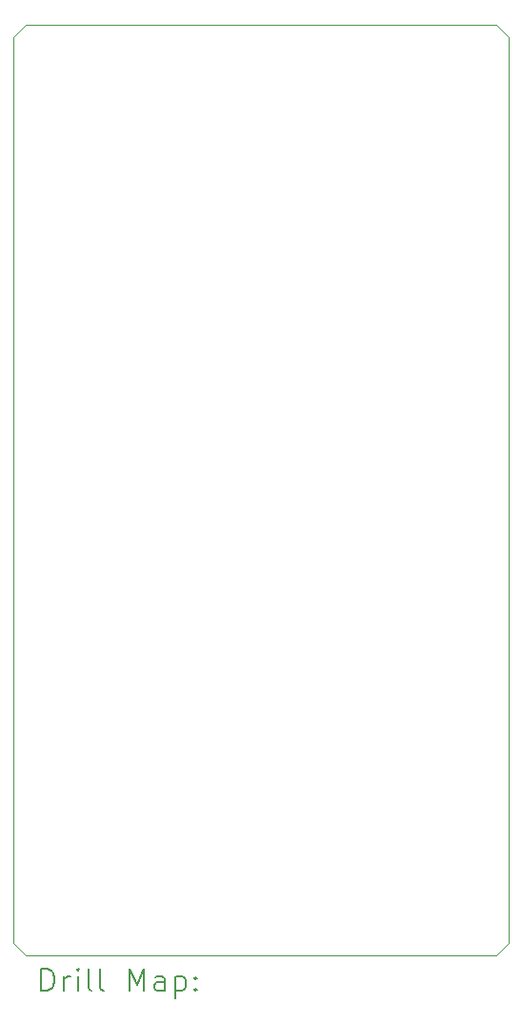
<source format=gbr>
%FSLAX45Y45*%
G04 Gerber Fmt 4.5, Leading zero omitted, Abs format (unit mm)*
G04 Created by KiCad (PCBNEW 6.0.0+dfsg1-2) date 2022-03-14 17:53:09*
%MOMM*%
%LPD*%
G01*
G04 APERTURE LIST*
%TA.AperFunction,Profile*%
%ADD10C,0.100000*%
%TD*%
%ADD11C,0.200000*%
G04 APERTURE END LIST*
D10*
X10845800Y-6502400D02*
X10960100Y-6616700D01*
X6667500Y-14770100D02*
X10845800Y-14770100D01*
X6553200Y-6616700D02*
X6553200Y-14655800D01*
X10960100Y-14655800D02*
X10845800Y-14770100D01*
X6667500Y-6502400D02*
X10845800Y-6502400D01*
X6553200Y-14655800D02*
X6667500Y-14770100D01*
X6553200Y-6616700D02*
X6667500Y-6502400D01*
X10960100Y-14655800D02*
X10960100Y-6616700D01*
D11*
X6805819Y-15085576D02*
X6805819Y-14885576D01*
X6853438Y-14885576D01*
X6882009Y-14895100D01*
X6901057Y-14914148D01*
X6910581Y-14933195D01*
X6920105Y-14971290D01*
X6920105Y-14999862D01*
X6910581Y-15037957D01*
X6901057Y-15057005D01*
X6882009Y-15076052D01*
X6853438Y-15085576D01*
X6805819Y-15085576D01*
X7005819Y-15085576D02*
X7005819Y-14952243D01*
X7005819Y-14990338D02*
X7015343Y-14971290D01*
X7024867Y-14961767D01*
X7043914Y-14952243D01*
X7062962Y-14952243D01*
X7129628Y-15085576D02*
X7129628Y-14952243D01*
X7129628Y-14885576D02*
X7120105Y-14895100D01*
X7129628Y-14904624D01*
X7139152Y-14895100D01*
X7129628Y-14885576D01*
X7129628Y-14904624D01*
X7253438Y-15085576D02*
X7234390Y-15076052D01*
X7224867Y-15057005D01*
X7224867Y-14885576D01*
X7358200Y-15085576D02*
X7339152Y-15076052D01*
X7329628Y-15057005D01*
X7329628Y-14885576D01*
X7586771Y-15085576D02*
X7586771Y-14885576D01*
X7653438Y-15028433D01*
X7720105Y-14885576D01*
X7720105Y-15085576D01*
X7901057Y-15085576D02*
X7901057Y-14980814D01*
X7891533Y-14961767D01*
X7872486Y-14952243D01*
X7834390Y-14952243D01*
X7815343Y-14961767D01*
X7901057Y-15076052D02*
X7882009Y-15085576D01*
X7834390Y-15085576D01*
X7815343Y-15076052D01*
X7805819Y-15057005D01*
X7805819Y-15037957D01*
X7815343Y-15018909D01*
X7834390Y-15009386D01*
X7882009Y-15009386D01*
X7901057Y-14999862D01*
X7996295Y-14952243D02*
X7996295Y-15152243D01*
X7996295Y-14961767D02*
X8015343Y-14952243D01*
X8053438Y-14952243D01*
X8072486Y-14961767D01*
X8082009Y-14971290D01*
X8091533Y-14990338D01*
X8091533Y-15047481D01*
X8082009Y-15066528D01*
X8072486Y-15076052D01*
X8053438Y-15085576D01*
X8015343Y-15085576D01*
X7996295Y-15076052D01*
X8177248Y-15066528D02*
X8186771Y-15076052D01*
X8177248Y-15085576D01*
X8167724Y-15076052D01*
X8177248Y-15066528D01*
X8177248Y-15085576D01*
X8177248Y-14961767D02*
X8186771Y-14971290D01*
X8177248Y-14980814D01*
X8167724Y-14971290D01*
X8177248Y-14961767D01*
X8177248Y-14980814D01*
M02*

</source>
